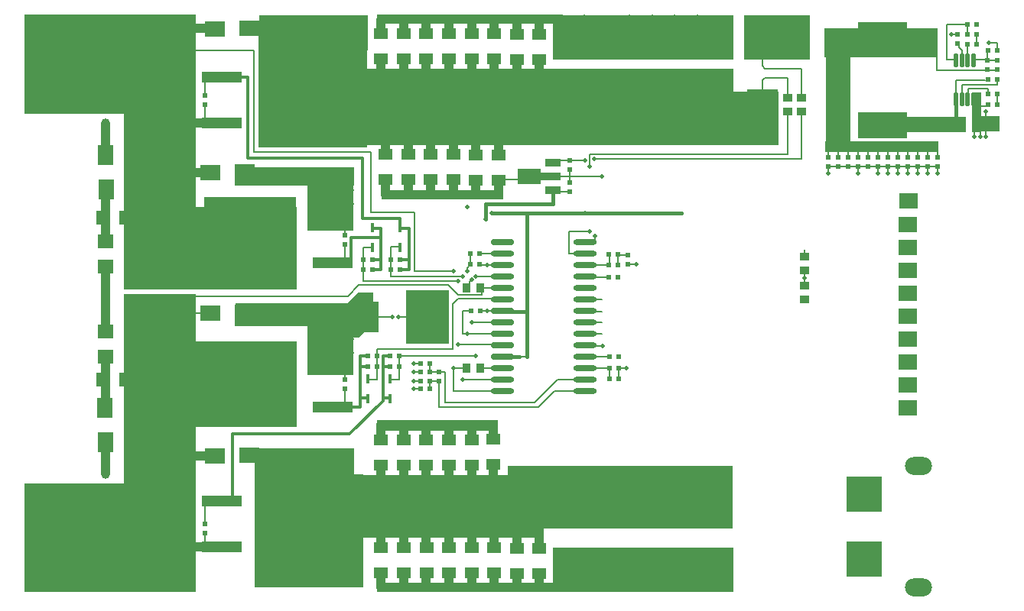
<source format=gtl>
G04*
G04 #@! TF.GenerationSoftware,Altium Limited,Altium Designer,18.1.7 (191)*
G04*
G04 Layer_Physical_Order=1*
G04 Layer_Color=255*
%FSLAX44Y44*%
%MOMM*%
G71*
G01*
G75*
%ADD12C,0.2000*%
%ADD16C,0.3000*%
%ADD18O,2.6000X0.7000*%
%ADD19O,2.6000X0.6604*%
%ADD20R,0.6000X0.6000*%
%ADD21R,1.8000X1.6000*%
%ADD22R,0.9800X0.9300*%
%ADD23R,3.4000X1.8000*%
%ADD24R,10.1600X9.5000*%
%ADD25R,4.5000X1.2500*%
%ADD26R,2.2000X1.8000*%
%ADD27R,0.4500X1.0000*%
%ADD28R,0.9300X0.9800*%
%ADD29R,1.5000X1.2000*%
%ADD30R,2.5000X4.6000*%
%ADD31R,1.5000X1.5000*%
%ADD32R,2.6000X1.7000*%
%ADD33R,1.7000X0.9000*%
%ADD34R,2.5000X0.9000*%
G04:AMPARAMS|DCode=35|XSize=1.47mm|YSize=0.48mm|CornerRadius=0.06mm|HoleSize=0mm|Usage=FLASHONLY|Rotation=90.000|XOffset=0mm|YOffset=0mm|HoleType=Round|Shape=RoundedRectangle|*
%AMROUNDEDRECTD35*
21,1,1.4700,0.3600,0,0,90.0*
21,1,1.3500,0.4800,0,0,90.0*
1,1,0.1200,0.1800,0.6750*
1,1,0.1200,0.1800,-0.6750*
1,1,0.1200,-0.1800,-0.6750*
1,1,0.1200,-0.1800,0.6750*
%
%ADD35ROUNDEDRECTD35*%
%ADD36R,5.4000X2.9000*%
%ADD37R,0.6000X0.6000*%
%ADD38R,1.8000X3.4000*%
%ADD39R,1.8000X2.2000*%
%ADD65C,0.4000*%
%ADD66C,1.0000*%
%ADD67R,6.0000X6.0000*%
%ADD68R,13.5000X1.0000*%
%ADD69R,1.0000X2.0000*%
%ADD70R,25.0000X7.0000*%
%ADD71R,11.0000X4.0000*%
%ADD72R,20.0000X5.0000*%
%ADD73R,20.5000X1.0000*%
%ADD74R,1.0000X1.7000*%
%ADD75R,19.0000X11.0000*%
%ADD76R,19.0000X12.0000*%
%ADD77R,12.6000X3.3000*%
%ADD78R,2.8000X13.2000*%
%ADD79R,11.8000X1.8000*%
%ADD80R,1.0000X4.4000*%
%ADD81R,12.5000X1.2000*%
%ADD82R,44.5000X8.5000*%
%ADD83R,7.3000X5.0000*%
%ADD84R,21.5000X4.8000*%
%ADD85R,1.0000X2.5000*%
%ADD86R,13.3000X1.9000*%
%ADD87R,12.0000X4.0000*%
%ADD88R,4.7000X6.0000*%
%ADD89R,29.8000X4.8000*%
%ADD90R,1.0000X4.0000*%
%ADD91R,1.0000X7.0000*%
%ADD92R,13.2000X2.0000*%
%ADD93R,5.2000X7.0000*%
%ADD94R,12.7000X2.0000*%
%ADD95R,5.2000X7.5000*%
%ADD96R,12.0000X12.5000*%
%ADD97R,8.0000X30.0000*%
%ADD98R,13.4000X1.2000*%
%ADD99R,29.5000X6.5000*%
%ADD100R,8.0000X27.5000*%
%ADD101R,19.2000X9.2000*%
%ADD102R,12.1000X13.7000*%
%ADD103R,16.7000X9.5000*%
%ADD104R,4.0000X4.0000*%
%ADD105O,3.0000X2.0000*%
%ADD106R,2.0000X1.8000*%
%ADD107C,0.4800*%
%ADD108C,1.0000*%
G36*
X1011000Y553000D02*
X1030000Y572000D01*
X1046000D01*
Y538000D01*
X1030000Y522000D01*
X1011000D01*
Y553000D01*
D02*
G37*
G36*
X1178000Y464000D02*
D01*
D02*
G37*
D12*
X1703970Y869000D02*
X1703970Y869010D01*
X1703970Y868999D02*
Y869000D01*
X1704000Y868000D02*
Y869000D01*
X1703860Y858001D02*
X1703970Y868991D01*
X1703840Y856001D02*
X1703860Y858001D01*
X1703970Y869000D02*
X1704000D01*
X1703920D02*
X1703970D01*
X1681000D02*
X1703920D01*
X1681000Y830000D02*
Y869000D01*
X1703970Y868991D02*
X1703970Y868999D01*
X1627000Y721080D02*
Y728000D01*
X1594000Y721080D02*
Y728000D01*
X1605000Y721080D02*
Y728000D01*
X1572000Y721080D02*
Y728000D01*
X1583000Y721080D02*
Y728000D01*
X1281000Y718080D02*
X1281000D01*
X1264000D02*
X1281000D01*
X1208000Y500550D02*
X1216000D01*
X1286000Y640000D02*
X1287000D01*
X1263000D02*
X1286000D01*
Y725000D02*
Y725000D01*
Y712000D02*
Y725000D01*
Y640000D02*
X1287000Y641000D01*
X1728000Y759000D02*
Y767000D01*
X1649000Y712000D02*
X1649000D01*
X1625000Y712000D02*
X1637000D01*
X1638000Y711993D02*
X1649000Y712000D01*
X1627581Y711987D02*
X1638000Y711993D01*
X1627000Y711990D02*
X1627581Y711987D01*
X1627000Y711987D02*
X1627000D01*
X1627000Y711990D02*
X1627000D01*
X1594000Y711920D02*
X1605000D01*
X1550000Y712000D02*
X1550080Y711920D01*
X1605000Y711920D02*
X1614000D01*
X1552000D02*
Y712000D01*
Y711920D02*
X1570000D01*
X1638000Y704000D02*
Y711993D01*
X1328000Y603080D02*
X1328001D01*
X1337000Y603000D01*
X1328000Y601920D02*
X1329000Y602920D01*
X1185000Y697000D02*
X1224000D01*
X1153920Y605000D02*
X1154000D01*
X1150000Y599000D02*
X1154000Y603000D01*
X1139000Y693000D02*
X1140000Y694000D01*
X1094000Y544000D02*
Y545000D01*
X1286000Y725000D02*
X1505000Y725000D01*
X1281000Y718000D02*
Y718080D01*
X1264000Y701000D02*
X1299000D01*
X1291000Y720000D02*
X1520000Y720000D01*
X1248000Y718000D02*
Y718080D01*
X1264000D01*
X1162080Y602000D02*
X1172000D01*
X1185000Y696046D02*
Y697000D01*
X1263000Y614850D02*
Y640000D01*
Y614850D02*
X1281000D01*
X1292000Y627550D02*
X1292000Y635000D01*
X1520000Y720000D02*
Y772300D01*
X1505000Y725000D02*
Y772300D01*
X1520000Y790000D02*
Y820000D01*
X1505000Y787700D02*
Y810000D01*
X1055000Y374000D02*
Y385046D01*
X1480000Y810000D02*
X1505000D01*
X1524000Y613700D02*
X1526000Y611700D01*
X1480000Y820000D02*
X1520000D01*
X1091000Y484000D02*
X1099000D01*
X1092000Y474000D02*
X1100000D01*
X1280000Y475150D02*
Y476000D01*
Y475000D02*
Y475150D01*
X1109080Y484000D02*
X1126000D01*
Y450000D02*
Y484000D01*
Y450000D02*
X1225000D01*
X1229000Y445000D02*
X1246450Y462450D01*
X1119000Y445000D02*
X1229000D01*
X1119000D02*
Y472000D01*
X1246450Y462450D02*
X1281000D01*
X1109080Y465000D02*
Y471920D01*
X1111000Y473920D02*
X1117920D01*
X1108920Y485080D02*
Y492000D01*
X1280000Y475150D02*
X1281000D01*
X1250150D02*
X1280000D01*
X1225000Y450000D02*
X1250150Y475150D01*
X1172000Y552000D02*
X1186000D01*
X1165080D02*
X1172000D01*
X1163080D02*
X1165080D01*
X1172000Y602000D02*
X1180000D01*
X1477000Y823000D02*
X1480000Y820000D01*
X1477000Y823000D02*
Y841000D01*
Y807000D02*
X1480000Y810000D01*
X1477000Y789000D02*
Y807000D01*
X1164000Y693000D02*
X1165000Y694000D01*
X1150000Y596000D02*
Y599000D01*
X1075080Y502000D02*
X1160000D01*
X1187000Y538650D02*
Y539000D01*
X1155000D02*
X1187000D01*
X1152920Y583920D02*
X1155000Y586000D01*
X1150000Y526000D02*
X1186000D01*
X1145000D02*
X1150000D01*
X1159000Y589450D02*
X1187000D01*
X1074000Y502000D02*
X1075080Y500920D01*
X1065000Y475000D02*
X1075000D01*
X1282000Y513000D02*
X1299000D01*
X1318080Y476000D02*
Y488000D01*
X1318000Y480000D02*
X1318080D01*
X1318000Y488080D02*
X1318080Y488000D01*
X1326000D01*
X1317000Y613080D02*
X1329000D01*
X1317080Y602000D02*
Y614000D01*
X1289000Y500000D02*
Y501000D01*
X1308920D01*
X1134000Y509000D02*
Y559000D01*
X1140000Y565000D01*
X1179000D01*
X1166000Y569000D02*
Y581000D01*
X860000Y289600D02*
Y304920D01*
Y285000D02*
Y289600D01*
X1140000Y569000D02*
X1166000D01*
X1129000Y580000D02*
X1140000Y569000D01*
X1030000Y580000D02*
X1129000D01*
X1166250Y576750D02*
X1189000D01*
X1191000D01*
X1524000Y613700D02*
Y619000D01*
Y581000D02*
X1526000Y579000D01*
X1633000Y622000D02*
X1635000Y620000D01*
X1724000Y773000D02*
X1724000Y773000D01*
Y765080D02*
Y773000D01*
X1718000Y745000D02*
X1718000Y745000D01*
X1718000Y745000D02*
Y752920D01*
X1725000Y792000D02*
X1727000Y794000D01*
X1705000Y798000D02*
X1727000D01*
Y794000D02*
Y798000D01*
X1728000Y849000D02*
X1736930D01*
Y845999D02*
Y849000D01*
X1692920Y858000D02*
X1693000Y858080D01*
X1686000Y858000D02*
X1692920D01*
X1703840Y857992D02*
X1703840Y858001D01*
X1285000Y538000D02*
Y539000D01*
X1282000Y513000D02*
Y513250D01*
X1318080Y614000D02*
Y616000D01*
X1671000Y711920D02*
X1671000D01*
X1660000D02*
X1671000D01*
Y712000D01*
Y704000D02*
Y711920D01*
X1660000D02*
X1660000D01*
X1649000D02*
X1660000D01*
X1649000Y712000D02*
X1649000D01*
X1660000Y711920D02*
Y712000D01*
Y704000D02*
Y711920D01*
X1649000D02*
Y712000D01*
Y704000D02*
Y711920D01*
X1649000D01*
X1638000D02*
X1649000D01*
X1638000Y711993D02*
Y712000D01*
X1625000Y712000D02*
X1627000Y711987D01*
X1625000Y712000D02*
X1627000Y711990D01*
Y712000D01*
Y711987D02*
Y711990D01*
Y711920D02*
Y711987D01*
X1712000Y745000D02*
Y752920D01*
X1713000Y745000D02*
X1713000Y745000D01*
X1724000Y745000D02*
Y752920D01*
Y745000D02*
X1724000Y745000D01*
X1736000Y807000D02*
X1737000Y806000D01*
Y802000D02*
Y806000D01*
X1735080Y802000D02*
X1737000D01*
X1736930Y845999D02*
X1736989Y840080D01*
X1671000Y704000D02*
X1671000Y704000D01*
X1660000Y704000D02*
X1660000Y704000D01*
X1649000Y704000D02*
X1649000Y704000D01*
X1638000Y704000D02*
X1638000Y704000D01*
X1627000Y704000D02*
X1627000Y704000D01*
X1627000Y704000D02*
Y711920D01*
X1616000Y704000D02*
X1616000Y704000D01*
X1616000Y704000D02*
Y711920D01*
Y712000D01*
X1605000Y711920D02*
Y712000D01*
Y704000D02*
Y711920D01*
Y704000D02*
X1605000Y704000D01*
X1583000Y704000D02*
X1583000Y704000D01*
X1583000Y704000D02*
Y711920D01*
X1550000Y704000D02*
X1550000Y704000D01*
X1550000Y704000D02*
Y711920D01*
X1627000Y711987D02*
X1627581Y711987D01*
X1637000Y711940D01*
X1671000Y711920D02*
X1672920D01*
X1673000Y712000D01*
X1671000Y722080D02*
Y729000D01*
X1660000Y722080D02*
Y729000D01*
X1649000Y722080D02*
Y729000D01*
X1638000Y722080D02*
Y729000D01*
X1714000Y848080D02*
Y859000D01*
Y780000D02*
X1715080Y778920D01*
X1723920D01*
X1635000Y850000D02*
X1638000Y853000D01*
X1711080Y830080D02*
X1726000D01*
X1702250Y846250D02*
X1704000Y848000D01*
X1704250Y830500D02*
Y847250D01*
X1697750Y831500D02*
Y840250D01*
X1705000Y790000D02*
Y798000D01*
X1691000Y807000D02*
X1723920D01*
X1691000Y791000D02*
Y807000D01*
Y786500D02*
X1691250D01*
X1718000Y817920D02*
Y818000D01*
X1670000D02*
Y834000D01*
Y818000D02*
X1718000D01*
Y817920D02*
X1724000D01*
X1737080Y780000D02*
Y792000D01*
X1698000Y793000D02*
Y802000D01*
X1723920Y778920D02*
X1724000Y779000D01*
X1694000Y848000D02*
X1695000Y849000D01*
X1681000Y830000D02*
X1691000D01*
X1714000Y848000D02*
X1714080Y847920D01*
X1735000Y839000D02*
X1736080Y839011D01*
X1713080Y858000D02*
X1714080D01*
X1714080Y848000D02*
X1715080Y849000D01*
X1694000Y848000D02*
X1694500Y843500D01*
X1697750Y840250D01*
X1730000Y802000D02*
X1735080Y802000D01*
Y802000D02*
Y802000D01*
X1698000Y802000D02*
X1730000D01*
X1734080D01*
X1726000Y817920D02*
X1736000D01*
X1550000Y722080D02*
Y729000D01*
X1561000Y722080D02*
Y729000D01*
X1550000Y711920D02*
Y712000D01*
Y712920D01*
X1561000Y711920D02*
Y712920D01*
X1572000Y711920D02*
Y712920D01*
X1616000Y721080D02*
Y722080D01*
Y724080D02*
Y730000D01*
X1727080Y829080D02*
X1737000D01*
X1727000Y829000D02*
X1727080Y829080D01*
X1726000D02*
Y840000D01*
X1616000Y711920D02*
X1626000D01*
X1572000D02*
X1582000D01*
X1583000D02*
X1593000D01*
X844000Y568000D02*
X1018000Y568000D01*
X844000Y555000D02*
Y568000D01*
X1187000Y500550D02*
X1189000D01*
X1250000Y683000D02*
X1250920Y683920D01*
X1264000D01*
Y694080D02*
Y701000D01*
Y706920D01*
X1247000Y699000D02*
X1249000Y701000D01*
X1264000D01*
Y694000D02*
Y694080D01*
Y694000D02*
X1264000Y694000D01*
X1145000Y526000D02*
Y552000D01*
X1152920D01*
X1286000Y589000D02*
X1305000D01*
X1288000Y564000D02*
X1299000D01*
X1289000Y551000D02*
X1299000D01*
X1281000Y526000D02*
X1299000D01*
X1285000Y539000D02*
X1299000D01*
X1281000Y525950D02*
Y526000D01*
X1318000Y614000D02*
X1318080D01*
X1288000Y563000D02*
Y564000D01*
X1289000Y602000D02*
Y602000D01*
X1305920D01*
X1307920Y615000D02*
X1308000D01*
X1307920Y613000D02*
Y615000D01*
Y602000D02*
Y613000D01*
Y488000D02*
X1308000D01*
X1282000D02*
X1305920D01*
X1282000Y487850D02*
Y488000D01*
X1307920Y477000D02*
Y488000D01*
X1524000Y588000D02*
Y596300D01*
Y581000D02*
Y588000D01*
Y579700D02*
Y581000D01*
X1162080Y615000D02*
X1183000D01*
X1164080Y615000D02*
Y616000D01*
X1153920Y605000D02*
Y615000D01*
X1135000Y462450D02*
Y488000D01*
Y462450D02*
X1187000D01*
X1075080Y490000D02*
Y500920D01*
X1075000Y502000D02*
X1075080D01*
Y500920D02*
Y502000D01*
X1145000Y475150D02*
X1187000D01*
X1145000D02*
Y476000D01*
X1135000Y488000D02*
X1152920D01*
X1134000D02*
X1135000D01*
X1092000Y596000D02*
X1135000D01*
X1164000Y488000D02*
X1187000D01*
Y487850D02*
Y488000D01*
X1152920Y580000D02*
Y583920D01*
X1186000Y514000D02*
X1187000Y513000D01*
X1140000Y514000D02*
X1186000D01*
X1066000Y590000D02*
X1145000D01*
X1035000Y585000D02*
Y621000D01*
Y585000D02*
X1140000D01*
X860000Y758000D02*
Y760000D01*
X1526000Y578000D02*
X1527000D01*
X1524000Y579700D02*
X1526000Y579000D01*
Y578000D02*
Y579000D01*
X1066000Y623000D02*
X1076000D01*
X1066000Y593080D02*
Y623000D01*
X1091000Y493000D02*
X1098920D01*
X1091000Y465000D02*
X1098920D01*
X1050000Y509000D02*
X1134000D01*
X1018000Y568000D02*
X1030000Y580000D01*
X1050000Y502000D02*
Y509000D01*
X1044000Y661000D02*
Y728000D01*
X914000D02*
X1044000D01*
X914000D02*
Y840000D01*
X1036000Y622000D02*
X1045000D01*
X1035000D02*
X1036000D01*
X1035000Y621000D02*
X1036000Y622000D01*
X1035000Y621000D02*
Y622000D01*
X1045000Y555000D02*
Y556000D01*
X1092000Y596000D02*
Y661000D01*
X1074000Y545000D02*
X1094000D01*
X1045000D02*
X1067000D01*
X1050000Y490000D02*
Y502000D01*
X1044000Y661000D02*
X1092000D01*
X1066000Y590000D02*
Y593080D01*
X846000Y840000D02*
X914000D01*
X825000Y549000D02*
X866000D01*
X865000Y550000D02*
X866000Y549000D01*
X1015000Y635080D02*
Y650000D01*
X1014000Y494000D02*
Y495080D01*
X1015000Y475080D02*
Y495000D01*
X1075080Y475080D02*
Y490000D01*
X1075000Y475000D02*
X1075080Y475080D01*
X1050000Y475000D02*
Y490000D01*
X1040000Y475000D02*
X1050000D01*
X1015000Y610000D02*
Y624920D01*
Y450000D02*
Y464920D01*
X860000Y810000D02*
X861000D01*
X860000Y790080D02*
Y810000D01*
Y760000D02*
Y779920D01*
Y758000D02*
X861000D01*
X860000Y315080D02*
Y335000D01*
X885000Y337000D02*
X886000D01*
X1051000Y370000D02*
X1055000Y374000D01*
D16*
X1063000Y455000D02*
X1065000Y457000D01*
X890000Y337000D02*
Y415000D01*
X1057000Y452000D02*
Y455000D01*
X1020000Y415000D02*
X1057000Y452000D01*
X890000Y415000D02*
X1020000D01*
X1045000Y643000D02*
X1055000D01*
X1020000Y604600D02*
Y605000D01*
X1022000Y604600D02*
Y633000D01*
X1020000Y604000D02*
Y604600D01*
X1022000Y633000D02*
X1055000D01*
X1035000Y455000D02*
X1040000D01*
X1020000Y445000D02*
X1032000D01*
Y455000D01*
X1057000Y455000D02*
X1063000D01*
X1057000D02*
Y490000D01*
X1076000Y643000D02*
X1086000D01*
X1076000D02*
Y654000D01*
X1046080Y597000D02*
X1055000D01*
Y608000D01*
X1032000Y490000D02*
X1039840D01*
X1032000Y502000D02*
X1039000D01*
X1032000D02*
X1032000D01*
Y490000D02*
Y502000D01*
Y455000D02*
Y490000D01*
X1032000D02*
Y502000D01*
X1057000D02*
X1064920D01*
X1057000Y490000D02*
Y502000D01*
X1086000Y597000D02*
Y608000D01*
Y597000D02*
X1086000D01*
X1076080D02*
X1086000D01*
X1086000D02*
Y608000D01*
X1045080Y608000D02*
X1055000D01*
X1034000Y654000D02*
X1076000D01*
X1034000D02*
Y721000D01*
X907000D02*
X1034000D01*
X1055000Y633000D02*
Y643000D01*
Y608000D02*
Y633000D01*
Y608000D02*
X1055000D01*
X1001440Y604600D02*
X1020000D01*
X907000Y721000D02*
Y810400D01*
X878560D02*
X907000D01*
X842000Y829000D02*
Y840000D01*
X1020000Y602000D02*
Y604000D01*
X1032000Y490000D02*
X1032000D01*
X1032000Y455000D02*
X1032000D01*
X1035000D01*
X1086000Y608000D02*
X1086000D01*
X1076080D02*
X1086000D01*
Y643000D02*
X1086000D01*
X1086000Y608000D02*
Y643000D01*
X1057000Y490000D02*
X1064920D01*
X1032000Y455000D02*
Y490000D01*
X1076000Y643000D02*
Y644000D01*
X1086000Y608000D02*
Y643000D01*
X1055000Y643000D02*
Y643000D01*
X1035000Y455000D02*
Y455000D01*
D18*
X1189000Y627550D02*
D03*
Y551350D02*
D03*
Y538650D02*
D03*
Y525950D02*
D03*
Y513250D02*
D03*
Y500550D02*
D03*
D19*
Y614850D02*
D03*
Y602150D02*
D03*
Y589450D02*
D03*
Y576750D02*
D03*
Y564050D02*
D03*
Y487850D02*
D03*
Y475150D02*
D03*
Y462450D02*
D03*
X1281000Y627550D02*
D03*
Y614850D02*
D03*
Y602150D02*
D03*
Y589450D02*
D03*
Y576750D02*
D03*
Y564050D02*
D03*
Y551350D02*
D03*
Y538650D02*
D03*
Y525950D02*
D03*
Y513250D02*
D03*
Y500550D02*
D03*
Y487850D02*
D03*
Y475150D02*
D03*
Y462450D02*
D03*
D20*
X1098920Y484000D02*
D03*
X1109080D02*
D03*
X1317080Y589000D02*
D03*
X1306920D02*
D03*
X1317080Y602000D02*
D03*
X1306920D02*
D03*
X1318080Y488000D02*
D03*
X1307920D02*
D03*
X1098920Y474000D02*
D03*
X1109080D02*
D03*
X1164080Y615000D02*
D03*
X1153920D02*
D03*
X1050000Y502000D02*
D03*
X1039840D02*
D03*
X1050000Y490000D02*
D03*
X1039840D02*
D03*
X1045080Y597000D02*
D03*
X1034920D02*
D03*
X1045080Y608000D02*
D03*
X1034920D02*
D03*
X1075080Y502000D02*
D03*
X1064920D02*
D03*
X1075080Y490000D02*
D03*
X1064920D02*
D03*
X1076080Y597000D02*
D03*
X1065920D02*
D03*
X1076080Y608000D02*
D03*
X1065920D02*
D03*
X1165080Y552000D02*
D03*
X1154920D02*
D03*
X1317080Y614000D02*
D03*
X1306920D02*
D03*
X1318080Y476000D02*
D03*
X1307920D02*
D03*
X1153920Y603000D02*
D03*
X1164080D02*
D03*
X1098920Y465000D02*
D03*
X1109080D02*
D03*
X1098920Y493000D02*
D03*
X1109080D02*
D03*
X1737080Y808000D02*
D03*
X1726920D02*
D03*
X1737080Y780000D02*
D03*
X1726920D02*
D03*
Y792000D02*
D03*
X1737080D02*
D03*
X1726920Y840000D02*
D03*
X1737080D02*
D03*
X1703920Y847000D02*
D03*
X1714080D02*
D03*
Y858000D02*
D03*
X1703920D02*
D03*
X1703920Y869000D02*
D03*
X1714080D02*
D03*
X1318080Y501000D02*
D03*
X1307920D02*
D03*
D21*
X750000Y629000D02*
D03*
Y601000D02*
D03*
Y501000D02*
D03*
Y529000D02*
D03*
D22*
X1524000Y579700D02*
D03*
Y564300D02*
D03*
X1505000Y772300D02*
D03*
Y787700D02*
D03*
X1520000Y772300D02*
D03*
Y787700D02*
D03*
X1524000Y611700D02*
D03*
Y596300D02*
D03*
D23*
X1477000Y789000D02*
D03*
Y841000D02*
D03*
D24*
X910000Y630000D02*
D03*
X970000Y785000D02*
D03*
X910000Y470000D02*
D03*
X970000Y315000D02*
D03*
D25*
X1001440Y604600D02*
D03*
Y655400D02*
D03*
X878560Y810400D02*
D03*
Y759600D02*
D03*
X1001440Y444600D02*
D03*
Y495400D02*
D03*
X878560Y340400D02*
D03*
Y289600D02*
D03*
D26*
X866000Y705000D02*
D03*
X904000Y706000D02*
D03*
X1729000Y759000D02*
D03*
X1691000Y758000D02*
D03*
X871000Y864000D02*
D03*
X909000Y865000D02*
D03*
X904000Y550000D02*
D03*
X866000Y549000D02*
D03*
X871000Y391000D02*
D03*
X909000Y392000D02*
D03*
D27*
X1076000Y622000D02*
D03*
Y644000D02*
D03*
X1040000Y476000D02*
D03*
Y454000D02*
D03*
X1045000Y622000D02*
D03*
Y644000D02*
D03*
X1065000Y476000D02*
D03*
Y454000D02*
D03*
D28*
X1164700Y488000D02*
D03*
X1149300D02*
D03*
X1149300Y577000D02*
D03*
X1164700D02*
D03*
D29*
X1080000Y858954D02*
D03*
Y831046D02*
D03*
X1160000Y696046D02*
D03*
Y723954D02*
D03*
X1055034Y289002D02*
D03*
Y261094D02*
D03*
X1230000Y260046D02*
D03*
Y287954D02*
D03*
X1054968Y408906D02*
D03*
Y380998D02*
D03*
X1079968Y408906D02*
D03*
Y380998D02*
D03*
X1129967Y408906D02*
D03*
Y380998D02*
D03*
X1105000Y858954D02*
D03*
Y831046D02*
D03*
X1055000Y858954D02*
D03*
Y831046D02*
D03*
X1179000Y408954D02*
D03*
Y381046D02*
D03*
X1185000Y696046D02*
D03*
Y723954D02*
D03*
X1104967Y408906D02*
D03*
Y380998D02*
D03*
X1205000Y260046D02*
D03*
Y287954D02*
D03*
X1154967Y408906D02*
D03*
Y380998D02*
D03*
X1180000Y261046D02*
D03*
Y288954D02*
D03*
X1155033Y261094D02*
D03*
Y289002D02*
D03*
X1130034Y261094D02*
D03*
Y289002D02*
D03*
X1105034Y261094D02*
D03*
Y289002D02*
D03*
X1080034Y261094D02*
D03*
Y289002D02*
D03*
X1130000Y858954D02*
D03*
Y831046D02*
D03*
X1155000Y858954D02*
D03*
Y831046D02*
D03*
X1180000Y858954D02*
D03*
Y831046D02*
D03*
X1135000Y697046D02*
D03*
Y724954D02*
D03*
X1110000Y697046D02*
D03*
Y724954D02*
D03*
X1085000Y697046D02*
D03*
Y724954D02*
D03*
X1060000Y697046D02*
D03*
Y724954D02*
D03*
X1205000Y857954D02*
D03*
Y830046D02*
D03*
X1229966Y857906D02*
D03*
Y829998D02*
D03*
D30*
X1430000Y765000D02*
D03*
Y855000D02*
D03*
X1310000Y355000D02*
D03*
Y265000D02*
D03*
X1430000Y355000D02*
D03*
Y265000D02*
D03*
X1310000Y765000D02*
D03*
Y855000D02*
D03*
D31*
X772954Y655000D02*
D03*
X747046D02*
D03*
X772954Y475000D02*
D03*
X747046D02*
D03*
D32*
X1219000Y701000D02*
D03*
D33*
X1245000Y716000D02*
D03*
Y685000D02*
D03*
D34*
X1241000Y701000D02*
D03*
D35*
X1691250Y786500D02*
D03*
X1697750D02*
D03*
X1704250D02*
D03*
X1710750D02*
D03*
Y829500D02*
D03*
X1704250D02*
D03*
X1697750D02*
D03*
X1691250D02*
D03*
D36*
X1610000Y857000D02*
D03*
Y757000D02*
D03*
D37*
X1671000Y722080D02*
D03*
Y711920D02*
D03*
X1015000Y475080D02*
D03*
Y464920D02*
D03*
Y624920D02*
D03*
Y635080D02*
D03*
X860000Y790080D02*
D03*
Y779920D02*
D03*
Y304920D02*
D03*
Y315080D02*
D03*
X1119000Y473920D02*
D03*
Y484080D02*
D03*
X1264000Y707920D02*
D03*
Y718080D02*
D03*
Y694080D02*
D03*
Y683920D02*
D03*
X1627000Y711920D02*
D03*
Y722080D02*
D03*
X1616000Y711920D02*
D03*
Y722080D02*
D03*
X1605000Y712000D02*
D03*
Y722160D02*
D03*
X1594000Y711920D02*
D03*
Y722080D02*
D03*
X1583000Y711920D02*
D03*
Y722080D02*
D03*
X1693000Y847920D02*
D03*
Y858080D02*
D03*
X1572000Y722080D02*
D03*
Y711920D02*
D03*
X1550000Y722080D02*
D03*
Y711920D02*
D03*
X1737000Y829080D02*
D03*
Y818920D02*
D03*
X1726000Y829080D02*
D03*
Y818920D02*
D03*
X1561000Y711920D02*
D03*
Y722080D02*
D03*
X1638000Y722080D02*
D03*
Y711920D02*
D03*
X1649000Y722080D02*
D03*
Y711920D02*
D03*
X1660000Y722080D02*
D03*
Y711920D02*
D03*
X1328000Y602920D02*
D03*
Y613080D02*
D03*
D38*
X1044000Y545000D02*
D03*
X1096000D02*
D03*
D39*
X751000Y686000D02*
D03*
X750000Y724000D02*
D03*
X749000Y444000D02*
D03*
X750000Y406000D02*
D03*
D65*
X1216000Y551000D02*
Y660000D01*
Y500550D02*
Y551000D01*
X1190000D02*
X1216000D01*
X1189000D02*
X1190000D01*
X1189000D02*
Y551350D01*
Y500550D02*
X1208000D01*
X1216000Y660000D02*
X1281000D01*
X1177000D02*
X1216000D01*
X1190000Y551000D02*
X1208000D01*
X1281000Y660000D02*
X1387000D01*
X1242000Y685000D02*
X1245000D01*
Y670000D02*
Y685000D01*
X1171000Y670000D02*
X1245000D01*
X1171000Y653000D02*
Y670000D01*
X1526000Y610000D02*
Y611700D01*
X1551000Y735000D02*
X1556000Y730000D01*
X1691000Y761000D02*
Y786500D01*
X1242000Y717000D02*
Y718000D01*
X841000Y716000D02*
Y720000D01*
X835000D02*
X841000D01*
D66*
X1005000Y655000D02*
Y700000D01*
X915000Y706000D02*
X1005000D01*
X922000Y865000D02*
X924000Y863000D01*
X909000Y865000D02*
X922000D01*
X860000Y760000D02*
X878560D01*
X848000Y865000D02*
X872000D01*
X860000Y289600D02*
X878560D01*
X807000D02*
X860000D01*
X904000Y550000D02*
X980000D01*
X835000Y705000D02*
X861000D01*
X835000Y760000D02*
X860000D01*
X878560Y759600D02*
Y760000D01*
X826000Y391000D02*
X871000D01*
D67*
X1465000Y765000D02*
D03*
D68*
X1122500Y680000D02*
D03*
D69*
X1160000Y689000D02*
D03*
X1160000Y734000D02*
D03*
X1080000Y254000D02*
D03*
X1055000D02*
D03*
X1230000Y294000D02*
D03*
X1205000D02*
D03*
X1179000Y374000D02*
D03*
X1185000Y731000D02*
D03*
X1135000Y689000D02*
D03*
X1060000Y689000D02*
D03*
X1085000D02*
D03*
X1110000D02*
D03*
X1205000Y866000D02*
D03*
X1230000D02*
D03*
X1180000Y825000D02*
D03*
X1155000D02*
D03*
X1130000D02*
D03*
X1230000Y821000D02*
D03*
X1205000D02*
D03*
X1060000Y734000D02*
D03*
X1085000D02*
D03*
X1110000D02*
D03*
X1135000D02*
D03*
X1055000Y825000D02*
D03*
X1080000D02*
D03*
X1105000D02*
D03*
X1155000Y417000D02*
D03*
X1130000D02*
D03*
X1105000D02*
D03*
X1080000D02*
D03*
X1055000D02*
D03*
X1130000Y296000D02*
D03*
X1105000D02*
D03*
X1080000D02*
D03*
X1055000D02*
D03*
X1055000Y374000D02*
D03*
X1080000D02*
D03*
X1105000D02*
D03*
X1130000D02*
D03*
X1155000D02*
D03*
X1180000Y296000D02*
D03*
X1155000D02*
D03*
D70*
X1320000Y345000D02*
D03*
D71*
X970000Y380000D02*
D03*
D72*
X1345000Y265000D02*
D03*
Y855000D02*
D03*
D73*
X1152500Y245000D02*
D03*
X1152500Y875000D02*
D03*
D74*
X1205000Y253500D02*
D03*
X1230000D02*
D03*
X1155000D02*
D03*
X1180000D02*
D03*
X1105000D02*
D03*
X1130000D02*
D03*
X1080000Y866500D02*
D03*
X1055000D02*
D03*
X1130000D02*
D03*
X1105000D02*
D03*
X1180000D02*
D03*
X1155000D02*
D03*
D75*
X755000Y825000D02*
D03*
D76*
X755000Y300000D02*
D03*
D77*
X1608000Y848500D02*
D03*
D78*
X1561000Y799000D02*
D03*
D79*
X1642000Y758000D02*
D03*
D80*
X1714000Y772000D02*
D03*
D81*
X1609500Y734000D02*
D03*
D82*
X1222500Y777500D02*
D03*
D83*
X1493500Y855000D02*
D03*
D84*
X1127500Y346000D02*
D03*
D85*
X1179000Y417500D02*
D03*
X1185000Y687500D02*
D03*
D86*
X959500Y550500D02*
D03*
D87*
X980000Y860000D02*
D03*
D88*
X1106500Y545000D02*
D03*
D89*
X1089000Y764000D02*
D03*
D90*
X750000Y740000D02*
D03*
Y390000D02*
D03*
D91*
Y470000D02*
D03*
Y660000D02*
D03*
Y565000D02*
D03*
D92*
X959000Y701000D02*
D03*
D93*
X999000Y675000D02*
D03*
D94*
X956500Y545000D02*
D03*
D95*
X999000Y517500D02*
D03*
D96*
X975000Y307500D02*
D03*
D97*
X810000Y420000D02*
D03*
D98*
X1117000Y425000D02*
D03*
D99*
X1087500Y332500D02*
D03*
D100*
X810000Y712500D02*
D03*
D101*
X866000Y621000D02*
D03*
D102*
X979500Y801500D02*
D03*
D103*
X878500Y470500D02*
D03*
D104*
X1590000Y276500D02*
D03*
Y348500D02*
D03*
D105*
X1650000Y245000D02*
D03*
Y380000D02*
D03*
D106*
X1638800Y673800D02*
D03*
X1638400Y444500D02*
D03*
Y495300D02*
D03*
Y546100D02*
D03*
Y520700D02*
D03*
Y647700D02*
D03*
Y622300D02*
D03*
Y571500D02*
D03*
Y596900D02*
D03*
Y469900D02*
D03*
D107*
X1281000Y660000D02*
D03*
Y718000D02*
D03*
X1299000Y701000D02*
D03*
X1291000Y720000D02*
D03*
X1286000Y712000D02*
D03*
X1171000Y653000D02*
D03*
X1286000Y640000D02*
D03*
X1292000Y635000D02*
D03*
X1091000Y484000D02*
D03*
Y474000D02*
D03*
X1150000Y667000D02*
D03*
X1177000Y660000D02*
D03*
X1172000Y552000D02*
D03*
Y602000D02*
D03*
X1160000Y502000D02*
D03*
X1155000Y539000D02*
D03*
X1160000Y590000D02*
D03*
X1155000Y586000D02*
D03*
X1150000Y596000D02*
D03*
X1150000Y526000D02*
D03*
X1300000Y513000D02*
D03*
X1326000Y488000D02*
D03*
X1337000Y603000D02*
D03*
X1724000Y773000D02*
D03*
X1718000Y745000D02*
D03*
X1728000Y849000D02*
D03*
X1686000Y858000D02*
D03*
X1712000Y745000D02*
D03*
X1724000D02*
D03*
X1714000Y773000D02*
D03*
X1671000Y704000D02*
D03*
X1660000D02*
D03*
X1649000D02*
D03*
X1638000D02*
D03*
X1627000D02*
D03*
X1616000D02*
D03*
X1605000D02*
D03*
X1583000D02*
D03*
X1550000D02*
D03*
X1524000Y588000D02*
D03*
X1145000Y475000D02*
D03*
X1135000Y488000D02*
D03*
Y596000D02*
D03*
X1145000Y590000D02*
D03*
X1140000Y585000D02*
D03*
Y514000D02*
D03*
X1091000Y493000D02*
D03*
Y465000D02*
D03*
X1074000Y545000D02*
D03*
X1067000D02*
D03*
D108*
X1130000Y425000D02*
D03*
X1155000D02*
D03*
X1185000Y680000D02*
D03*
X1160000D02*
D03*
X1055000Y425000D02*
D03*
X1080000D02*
D03*
X1105000D02*
D03*
X1060000Y680000D02*
D03*
X1085000D02*
D03*
X1110000D02*
D03*
X1135000D02*
D03*
X1285000Y805000D02*
D03*
X1260000D02*
D03*
X1235000D02*
D03*
X1210000D02*
D03*
X1360000D02*
D03*
X1385000D02*
D03*
X1410000D02*
D03*
X1345000Y795000D02*
D03*
X1295000D02*
D03*
X1270000D02*
D03*
X1245000D02*
D03*
X1220000D02*
D03*
X1370000D02*
D03*
X1395000D02*
D03*
X1420000D02*
D03*
X1285000Y785000D02*
D03*
X1260000D02*
D03*
X1235000D02*
D03*
X1210000D02*
D03*
X1360000D02*
D03*
X1385000D02*
D03*
X1410000D02*
D03*
X1345000Y775000D02*
D03*
X1295000D02*
D03*
X1270000D02*
D03*
X1245000D02*
D03*
X1220000D02*
D03*
X1370000D02*
D03*
X1395000D02*
D03*
X1420000D02*
D03*
X1285000Y765000D02*
D03*
X1260000D02*
D03*
X1235000D02*
D03*
X1210000D02*
D03*
X1360000D02*
D03*
X1385000D02*
D03*
X1410000D02*
D03*
X1345000Y755000D02*
D03*
X1295000D02*
D03*
X1270000D02*
D03*
X1245000D02*
D03*
X1220000D02*
D03*
X1370000D02*
D03*
X1395000D02*
D03*
X1420000D02*
D03*
X1415000Y835000D02*
D03*
X1265000D02*
D03*
X1290000D02*
D03*
X1340000D02*
D03*
X1365000D02*
D03*
X1390000D02*
D03*
X1405000Y845000D02*
D03*
X1255000D02*
D03*
X1280000D02*
D03*
X1330000D02*
D03*
X1355000D02*
D03*
X1380000D02*
D03*
X1415000Y860000D02*
D03*
X1265000D02*
D03*
X1290000D02*
D03*
X1340000D02*
D03*
X1365000D02*
D03*
X1390000D02*
D03*
X1415000Y250000D02*
D03*
X1265000D02*
D03*
X1290000D02*
D03*
X1340000D02*
D03*
X1365000D02*
D03*
X1390000D02*
D03*
X1405000Y260000D02*
D03*
X1255000D02*
D03*
X1280000D02*
D03*
X1330000D02*
D03*
X1355000D02*
D03*
X1380000D02*
D03*
X1415000Y270000D02*
D03*
X1265000D02*
D03*
X1290000D02*
D03*
X1340000D02*
D03*
X1365000D02*
D03*
X1390000D02*
D03*
X1405000Y280000D02*
D03*
X1255000D02*
D03*
X1280000D02*
D03*
X1330000D02*
D03*
X1355000D02*
D03*
X1380000D02*
D03*
X1410000Y320000D02*
D03*
X1385000D02*
D03*
X1360000D02*
D03*
X1210000D02*
D03*
X1235000D02*
D03*
X1260000D02*
D03*
X1285000D02*
D03*
X1335000D02*
D03*
X1400000Y330000D02*
D03*
X1375000D02*
D03*
X1350000D02*
D03*
X1200000D02*
D03*
X1225000D02*
D03*
X1250000D02*
D03*
X1275000D02*
D03*
X1410000Y340000D02*
D03*
X1385000D02*
D03*
X1360000D02*
D03*
X1210000D02*
D03*
X1235000D02*
D03*
X1260000D02*
D03*
X1285000D02*
D03*
X1335000D02*
D03*
X1400000Y350000D02*
D03*
X1375000D02*
D03*
X1350000D02*
D03*
X1200000D02*
D03*
X1225000D02*
D03*
X1250000D02*
D03*
X1275000D02*
D03*
X1410000Y360000D02*
D03*
X1385000D02*
D03*
X1360000D02*
D03*
X1210000D02*
D03*
X1235000D02*
D03*
X1260000D02*
D03*
X1285000D02*
D03*
X1335000D02*
D03*
X1400000Y370000D02*
D03*
X1375000D02*
D03*
X1350000D02*
D03*
X1200000D02*
D03*
X1225000D02*
D03*
X1250000D02*
D03*
X1275000D02*
D03*
X1055000Y245000D02*
D03*
X1080000D02*
D03*
X1230000D02*
D03*
X1205000D02*
D03*
X1180000D02*
D03*
X1155000D02*
D03*
X1130000D02*
D03*
X1105000D02*
D03*
X1405000Y875000D02*
D03*
X1380000D02*
D03*
X1355000D02*
D03*
X1330000D02*
D03*
X1280000D02*
D03*
X1255000D02*
D03*
X1230000D02*
D03*
X1205000D02*
D03*
X1055000D02*
D03*
X1080000D02*
D03*
X1105000D02*
D03*
X1130000D02*
D03*
X1155000D02*
D03*
X1180000D02*
D03*
X990000Y555000D02*
D03*
X980000Y550000D02*
D03*
X1000000D02*
D03*
X1020000D02*
D03*
X1010000Y555000D02*
D03*
X990000Y540000D02*
D03*
X980000Y535000D02*
D03*
X1000000D02*
D03*
X1020000D02*
D03*
X1010000Y540000D02*
D03*
X990000Y525000D02*
D03*
X980000Y520000D02*
D03*
X1000000D02*
D03*
X1020000D02*
D03*
X1010000Y525000D02*
D03*
X990000Y510000D02*
D03*
X980000Y505000D02*
D03*
X1000000D02*
D03*
X1020000D02*
D03*
X1010000Y510000D02*
D03*
X990000Y705000D02*
D03*
X980000Y700000D02*
D03*
X1000000D02*
D03*
X1020000D02*
D03*
X1010000Y705000D02*
D03*
Y690000D02*
D03*
X990000D02*
D03*
Y675000D02*
D03*
X980000Y670000D02*
D03*
X1000000D02*
D03*
X1020000D02*
D03*
X1010000Y675000D02*
D03*
X1124000Y569000D02*
D03*
Y557000D02*
D03*
Y545000D02*
D03*
Y533000D02*
D03*
Y521000D02*
D03*
X1088000D02*
D03*
X1100000D02*
D03*
X1112000D02*
D03*
Y533000D02*
D03*
Y545000D02*
D03*
Y557000D02*
D03*
Y569000D02*
D03*
X1100000D02*
D03*
X1088000Y569000D02*
D03*
X750000Y745000D02*
D03*
Y760000D02*
D03*
Y370000D02*
D03*
Y385000D02*
D03*
Y555000D02*
D03*
Y575000D02*
D03*
X980000Y685000D02*
D03*
X1000000D02*
D03*
X1020000D02*
D03*
M02*

</source>
